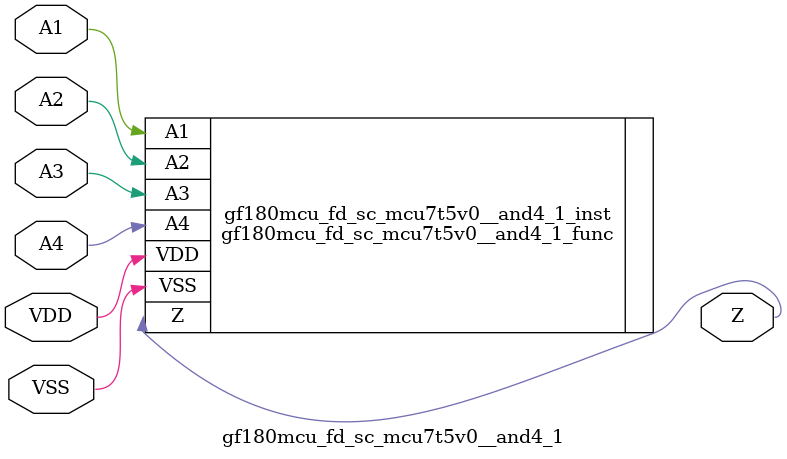
<source format=v>

module gf180mcu_fd_sc_mcu7t5v0__and4_1( A1, A2, A3, A4, Z, VDD, VSS );
input A1, A2, A3, A4;
inout VDD, VSS;
output Z;

   `ifdef FUNCTIONAL  //  functional //

	gf180mcu_fd_sc_mcu7t5v0__and4_1_func gf180mcu_fd_sc_mcu7t5v0__and4_1_behav_inst(.A1(A1),.A2(A2),.A3(A3),.A4(A4),.Z(Z),.VDD(VDD),.VSS(VSS));

   `else

	gf180mcu_fd_sc_mcu7t5v0__and4_1_func gf180mcu_fd_sc_mcu7t5v0__and4_1_inst(.A1(A1),.A2(A2),.A3(A3),.A4(A4),.Z(Z),.VDD(VDD),.VSS(VSS));

	// spec_gates_begin


	// spec_gates_end



   specify

	// specify_block_begin

	// comb arc A1 --> Z
	 (A1 => Z) = (1.0,1.0);

	// comb arc A2 --> Z
	 (A2 => Z) = (1.0,1.0);

	// comb arc A3 --> Z
	 (A3 => Z) = (1.0,1.0);

	// comb arc A4 --> Z
	 (A4 => Z) = (1.0,1.0);

	// specify_block_end

   endspecify

   `endif

endmodule

</source>
